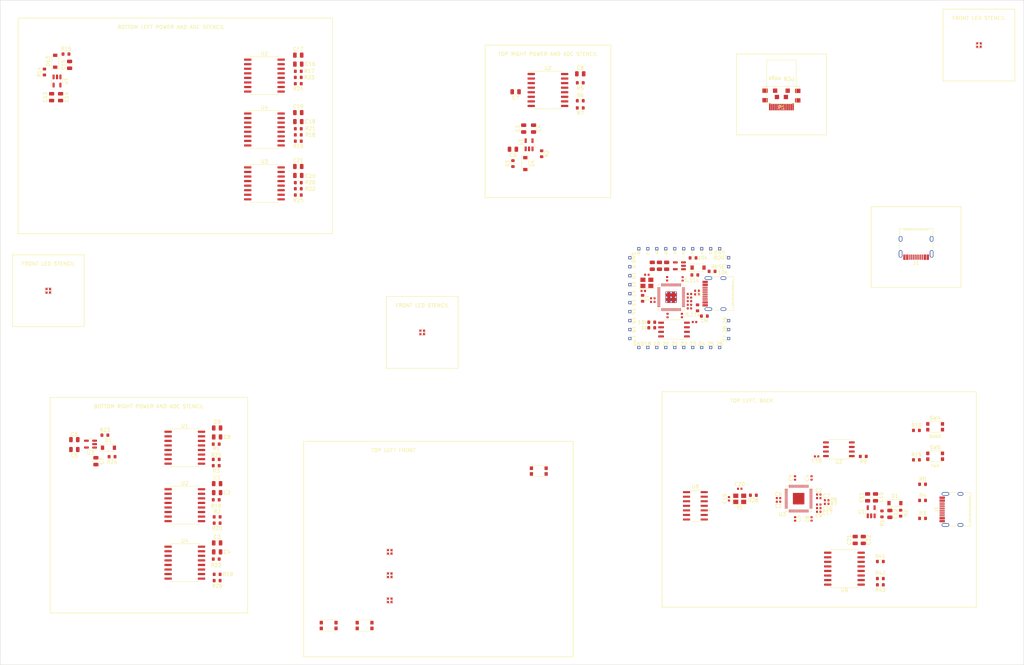
<source format=kicad_pcb>
(kicad_pcb (version 20211014) (generator pcbnew)
  (layers (0 "F.Cu" signal) (31 "B.Cu" signal) (34 "B.Paste" user) (35 "F.Paste" user) (36 "B.SilkS" user "B.Silkscreen") (37 "F.SilkS" user "F.Silkscreen") (38 "B.Mask" user) (39 "F.Mask" user) (44 "Edge.Cuts" user))
  (net 0 "")
  (net 1 "+5V")
  (net 2 "GND")
  (net 3 "+3V3")
  (net 4 "VS")
  (net 5 "/LED_BR2BL")
  (net 6 "Net-(D2-Pad3)")
  (net 7 "Net-(D3-Pad3)")
  (net 8 "/GPIO1_SCL")
  (net 9 "/GPIO0_SDA")
  (net 10 "/SUP34")
  (net 13 "Net-(J1-PadS1)")
  (net 19 "Net-(P1-PadS1)")
  (net 20 "/SUP10")
  (net 21 "/SUP11")
  (net 22 "/SUP12")
  (net 23 "/SUP13")
  (net 24 "/SUP14")
  (net 25 "/SUP15")
  (net 26 "/SUP16")
  (net 27 "/SUP17")
  (net 28 "/SUP18")
  (net 29 "/SUP19")
  (net 30 "/SUP20")
  (net 31 "/SUP21")
  (net 32 "Net-(R14-Pad1)")
  (net 33 "Net-(R17-Pad1)")
  (net 34 "Net-(R20-Pad1)")
  (net 35 "Net-(R21-Pad1)")
  (footprint "Capacitor_SMD:C_0402_1005Metric" (layer "F.Cu") (at 247.897038 158.62452)
    (fp_text reference "C7")
    (fp_text value "100n")
  )
  (footprint "Package_TO_SOT_SMD:SOT-23-5" (layer "F.Cu") (at 209.1 93.95 180)
    (fp_text reference "U1" hide)
    (fp_text value "AP2112K-3.3")
  )
  (footprint "dip:SK6805-EC" (layer "F.Cu") (at 33.4 100.9)
    (fp_text reference "D3" hide)
    (fp_text value "SK6805-EC" hide)
  )
  (footprint "Capacitor_SMD:C_0805_2012Metric" (layer "F.Cu") (at 162.75 61.5 180)
    (fp_text reference "C6")
    (fp_text value "10µ")
  )
  (footprint "Resistor_SMD:R_0603_1608Metric" (layer "F.Cu") (at 80.4 181.6 180)
    (fp_text reference "R26")
    (fp_text value "10k")
  )
  (footprint "Capacitor_SMD:C_0402_1005Metric" (layer "F.Cu") (at 211.9 101.8)
    (fp_text reference "C2" hide)
    (fp_text value "100n")
  )
  (footprint "Package_SO:SOIC-16W_7.5x10.3mm_P1.27mm" (layer "F.Cu") (at 93.570118 41)
    (fp_text reference "U2")
    (fp_text value "PCF8591")
  )
  (footprint "Resistor_SMD:R_0603_1608Metric" (layer "F.Cu") (at 212.9 91.75)
    (fp_text reference "R1" hide)
    (fp_text value "10k")
  )
  (footprint "dip:PinHeader_1x01_P1.00mm_Vertical" (layer "F.Cu") (at 207.8 116.7 180)
    (fp_text reference "21")
    (fp_text value "MountingHole_Pad" hide)
  )
  (footprint "Capacitor_SMD:C_0402_1005Metric" (layer "F.Cu") (at 245.897038 164.42452 -90)
    (fp_text reference "C8")
    (fp_text value "100n")
  )
  (footprint "dip:PinHeader_1x01_P1.00mm_Vertical" (layer "F.Cu") (at 195.3 101.7 90)
    (fp_text reference "12")
    (fp_text value "MountingHole_Pad" hide)
  )
  (footprint "Resistor_SMD:R_0603_1608Metric" (layer "F.Cu") (at 32.320118 40 90)
    (fp_text reference "R14")
    (fp_text value "10k")
  )
  (footprint "Resistor_SMD:R_0603_1608Metric" (layer "F.Cu") (at 38.320118 35)
    (fp_text reference "R15")
    (fp_text value "10k")
  )
  (footprint "Package_TO_SOT_SMD:SOT-23-5" (layer "F.Cu") (at 45.15 143.6 180)
    (fp_text reference "U3")
    (fp_text value "AP2112K-3.3")
  )
  (footprint "dip:PinHeader_1x01_P1.00mm_Vertical" (layer "F.Cu") (at 217.8 116.7 180)
    (fp_text reference "25")
    (fp_text value "MountingHole_Pad" hide)
  )
  (footprint "Package_TO_SOT_SMD:SOT-23-5" (layer "F.Cu") (at 35.820118 42.5 -90)
    (fp_text reference "U1")
    (fp_text value "AP2112K-3.3")
  )
  (footprint "dip:PinHeader_1x01_P1.00mm_Vertical" (layer "F.Cu") (at 210.3 116.7 180)
    (fp_text reference "22")
    (fp_text value "MountingHole_Pad" hide)
  )
  (footprint "Resistor_SMD:R_0603_1608Metric" (layer "F.Cu") (at 80.4 163.85 180)
    (fp_text reference "R2")
    (fp_text value "10k")
  )
  (footprint "dip:USB_C_Receptacle_HRO_TYPE-C-31-M-12_PASTE" (layer "F.Cu") (at 220.3 101.7 90)
    (fp_text reference "J1")
    (fp_text value "USB_C_Receptacle_USB2.0")
  )
  (footprint "dip:PinHeader_1x01_P1.00mm_Vertical" (layer "F.Cu") (at 222.8 109.2 -90)
    (fp_text reference "29")
    (fp_text value "MountingHole_Pad" hide)
  )
  (footprint "Resistor_SMD:R_0603_1608Metric" (layer "F.Cu") (at 265.047038 176.27452)
    (fp_text reference "R41")
    (fp_text value "1k")
  )
  (footprint "Resistor_SMD:R_0603_1608Metric" (layer "F.Cu") (at 276.797038 154.77452)
    (fp_text reference "R8")
    (fp_text value "1M")
  )
  (footprint "dip:PinHeader_1x01_P1.00mm_Vertical" (layer "F.Cu") (at 212.8 89.2)
    (fp_text reference "2")
    (fp_text value "MountingHole_Pad" hide)
  )
  (footprint "Capacitor_SMD:C_0402_1005Metric" (layer "F.Cu") (at 211.9 104.8)
    (fp_text reference "C5" hide)
    (fp_text value "100n")
  )
  (footprint "Package_SO:SOIC-16W_7.5x10.3mm_P1.27mm" (layer "F.Cu") (at 255.047038 178.27452)
    (fp_text reference "U9")
    (fp_text value "PCF8591")
  )
  (footprint "Resistor_SMD:R_0603_1608Metric" (layer "F.Cu") (at 218.2 95.5 180)
    (fp_text reference "R2" hide)
    (fp_text value "10k")
  )
  (footprint "Button_Switch_SMD:SW_Push_1P1T_NO_CK_KMR2" (layer "F.Cu") (at 121.45 194.1)
    (fp_text reference "SW3")
    (fp_text value "Previous")
  )
  (footprint "Capacitor_SMD:C_0402_1005Metric" (layer "F.Cu") (at 247.897038 161.42452)
    (fp_text reference "C17")
    (fp_text value "1µ")
  )
  (footprint "dip:USB_C_Plug_edge_launch" (layer "F.Cu") (at 237.5 47.5 180)
    (fp_text reference "P1")
    (fp_text value "USB_C_Plug")
  )
  (footprint "Resistor_SMD:R_0603_1608Metric" (layer "F.Cu") (at 229.697038 157.82452 180)
    (fp_text reference "R28")
    (fp_text value "1k")
  )
  (footprint "dip:PinHeader_1x01_P1.00mm_Vertical" (layer "F.Cu") (at 222.8 111.7 -90)
    (fp_text reference "28")
    (fp_text value "MountingHole_Pad" hide)
  )
  (footprint "Resistor_SMD:R_0402_1005Metric" (layer "F.Cu") (at 214 101.9 180)
    (fp_text reference "R4" hide)
    (fp_text value "27")
  )
  (footprint "Package_TO_SOT_SMD:SOT-23-5" (layer "F.Cu") (at 262.497038 162.42452 90)
    (fp_text reference "U1")
    (fp_text value "AP2112K-3.3")
  )
  (footprint "dip:PinHeader_1x01_P1.00mm_Vertical" (layer "F.Cu") (at 197.8 116.7 180)
    (fp_text reference "GND")
    (fp_text value "MountingHole_Pad" hide)
  )
  (footprint "Capacitor_SMD:C_0402_1005Metric" (layer "F.Cu") (at 236.697038 159.62452 180)
    (fp_text reference "C1")
    (fp_text value "100n")
  )
  (footprint "Capacitor_SMD:C_0402_1005Metric" (layer "F.Cu") (at 241.297038 153.02452 90)
    (fp_text reference "C5")
    (fp_text value "100n")
  )
  (footprint "Package_TO_SOT_SMD:SOT-23-5" (layer "F.Cu") (at 167.25 60.25 90)
    (fp_text reference "U1")
    (fp_text value "AP2112K-3.3")
  )
  (footprint "Capacitor_SMD:C_0402_1005Metric" (layer "F.Cu") (at 201.7 103 180)
    (fp_text reference "C8" hide)
    (fp_text value "100n")
  )
  (footprint "dip:SN74AHCT125QDRG4Q1" (layer "F.Cu") (at 213.547038 160.77452)
    (fp_text reference "U8")
    (fp_text value "SN74AHCT125QDRG4Q1" hide)
  )
  (footprint "Capacitor_SMD:C_0805_2012Metric" (layer "F.Cu") (at 201.55 93.95 90)
    (fp_text reference "C11" hide)
    (fp_text value "10u")
  )
  (footprint "Resistor_SMD:R_0603_1608Metric" (layer "F.Cu") (at 80.4 165.6 180)
    (fp_text reference "R20")
    (fp_text value "10k")
  )
  (footprint "dip:PinHeader_1x01_P1.00mm_Vertical" (layer "F.Cu") (at 195.3 114.2 90)
    (fp_text reference "17")
    (fp_text value "MountingHole_Pad" hide)
  )
  (footprint "Capacitor_SMD:C_0805_2012Metric" (layer "F.Cu") (at 260.297038 170.27452 90)
    (fp_text reference "C22")
    (fp_text value "10u")
  )
  (footprint "Resistor_SMD:R_0603_1608Metric" (layer "F.Cu") (at 80.15 175.6)
    (fp_text reference "R22")
    (fp_text value "1k")
  )
  (footprint "Capacitor_SMD:C_0805_2012Metric" (layer "F.Cu") (at 80.4 154.6)
    (fp_text reference "C1")
    (fp_text value "0.1u")
  )
  (footprint "dip:PinHeader_1x01_P1.00mm_Vertical" (layer "F.Cu") (at 222.8 91.7 -90)
    (fp_text reference "BOOT")
    (fp_text value "MountingHole_Pad" hide)
  )
  (footprint "Resistor_SMD:R_0603_1608Metric" (layer "F.Cu") (at 102.995118 59.25 180)
    (fp_text reference "R19")
    (fp_text value "10k")
  )
  (footprint "dip:USB_C_Receptacle_HRO_TYPE-C-31-M-12_PASTE" (layer "F.Cu") (at 286.297038 161.77452 90)
    (fp_text reference "J1")
    (fp_text value "USB_C_Receptacle_USB2.0")
  )
  (footprint "Capacitor_SMD:C_0402_1005Metric" (layer "F.Cu") (at 247.897038 160.42452)
    (fp_text reference "C16")
    (fp_text value "1µ")
  )
  (footprint "Capacitor_SMD:C_0805_2012Metric" (layer "F.Cu") (at 102.995118 37.8)
    (fp_text reference "C16")
    (fp_text value "0.1u")
  )
  (footprint "Resistor_SMD:R_0603_1608Metric" (layer "F.Cu") (at 102.995118 55.8)
    (fp_text reference "R21")
    (fp_text value "1k")
  )
  (footprint "Resistor_SMD:R_0603_1608Metric" (layer "F.Cu") (at 80.15 143.6)
    (fp_text reference "R1")
    (fp_text value "1k")
  )
  (footprint "dip:PinHeader_1x01_P1.00mm_Vertical" (layer "F.Cu") (at 207.8 89.2)
    (fp_text reference "4")
    (fp_text value "MountingHole_Pad" hide)
  )
  (footprint "Resistor_SMD:R_0603_1608Metric" (layer "F.Cu") (at 170.75 62.75 -90)
    (fp_text reference "R2")
    (fp_text value "10k")
  )
  (footprint "Resistor_SMD:R_0603_1608Metric" (layer "F.Cu") (at 49.15 141.1)
    (fp_text reference "R23")
    (fp_text value "10k")
  )
  (footprint "Crystal:Crystal_SMD_3225-4Pin_3.2x2.5mm" (layer "F.Cu") (at 225.897038 158.82452)
    (fp_text reference "Y1")
    (fp_text value "ABLS-12.000MHZ-B4-T")
  )
  (footprint "dip:PinHeader_1x01_P1.00mm_Vertical" (layer "F.Cu") (at 195.3 99.2 90)
    (fp_text reference "11")
    (fp_text value "MountingHole_Pad" hide)
  )
  (footprint "Resistor_SMD:R_0603_1608Metric" (layer "F.Cu") (at 276.797038 159.27452)
    (fp_text reference "R4")
    (fp_text value "5.11k")
  )
  (footprint "Resistor_SMD:R_0603_1608Metric" (layer "F.Cu") (at 102.995118 70.8)
    (fp_text reference "R20")
    (fp_text value "1k")
  )
  (footprint "Package_SO:SOIC-8_5.23x5.23mm_P1.27mm" (layer "F.Cu") (at 253.497038 145.02452 180)
    (fp_text reference "U2")
    (fp_text value "W25Q128JVS")
  )
  (footprint "Package_SO:SOIC-16W_7.5x10.3mm_P1.27mm" (layer "F.Cu") (at 93.570118 71)
    (fp_text reference "U3")
    (fp_text value "PCF8591")
  )
  (footprint "Resistor_SMD:R_0402_1005Metric" (layer "F.Cu") (at 250.097038 160.22452 180)
    (fp_text reference "R7")
    (fp_text value "27")
  )
  (footprint "Resistor_SMD:R_0603_1608Metric" (layer "F.Cu") (at 162.75 65.5 90)
    (fp_text reference "R3")
    (fp_text value "10k")
  )
  (footprint "dip:PinHeader_1x01_P1.00mm_Vertical" (layer "F.Cu") (at 195.3 111.7 90)
    (fp_text reference "16")
    (fp_text value "MountingHole_Pad" hide)
  )
  (footprint "Button_Switch_SMD:SW_Push_1P1T_NO_CK_KMR2" (layer "F.Cu") (at 280.297038 138.77452)
    (fp_text reference "SW4")
    (fp_text value "boot")
  )
  (footprint "Capacitor_SMD:C_0805_2012Metric" (layer "F.Cu") (at 267.697038 163.02452 -90)
    (fp_text reference "C12")
    (fp_text value "10µ")
  )
  (footprint "Resistor_SMD:R_0603_1608Metric" (layer "F.Cu") (at 265.497038 163.02452 90)
    (fp_text reference "R1")
    (fp_text value "10k")
  )
  (footprint "Resistor_SMD:R_0402_1005Metric" (layer "F.Cu") (at 214 100.9 180)
    (fp_text reference "R3" hide)
    (fp_text value "27")
  )
  (footprint "Capacitor_SMD:C_0805_2012Metric" (layer "F.Cu") (at 34.320118 47 -90)
    (fp_text reference "C13")
    (fp_text value "10µ")
  )
  (footprint "Capacitor_SMD:C_0805_2012Metric" (layer "F.Cu") (at 36.820118 47 -90)
    (fp_text reference "C14")
    (fp_text value "10µ")
  )
  (footprint "dip:SK6805-EC" (layer "F.Cu") (at 128.45 187.1)
    (fp_text reference "D4")
    (fp_text value "SK6805-EC" hide)
  )
  (footprint "dip:PinHeader_1x01_P1.00mm_Vertical" (layer "F.Cu") (at 202.8 89.2)
    (fp_text reference "6")
    (fp_text value "MountingHole_Pad" hide)
  )
  (footprint "Capacitor_SMD:C_0402_1005Metric" (layer "F.Cu") (at 205.8 107.8 -90)
    (fp_text reference "C9" hide)
    (fp_text value "100n")
  )
  (footprint "dip:SK6805-EC" (layer "F.Cu") (at 292.5 32.5)
    (fp_text reference "D3" hide)
    (fp_text value "SK6805-EC" hide)
  )
  (footprint "Capacitor_SMD:C_0805_2012Metric" (layer "F.Cu") (at 80.4 139.1)
    (fp_text reference "C9")
    (fp_text value "10u")
  )
  (footprint "Capacitor_SMD:C_0402_1005Metric" (layer "F.Cu") (at 245.897038 153.02452 90)
    (fp_text reference "C4")
    (fp_text value "100n")
  )
  (footprint "Resistor_SMD:R_0603_1608Metric" (layer "F.Cu") (at 201.4 111.2 180)
    (fp_text reference "R9" hide)
    (fp_text value "1k")
  )
  (footprint "Diode_SMD:D_SOD-123" (layer "F.Cu") (at 50.15 144.6)
    (fp_text reference "D1")
    (fp_text value "MBR0540")
  )
  (footprint "dip:PinHeader_1x01_P1.00mm_Vertical" (layer "F.Cu") (at 200.3 116.7 180)
    (fp_text reference "18")
    (fp_text value "MountingHole_Pad" hide)
  )
  (footprint "Capacitor_SMD:C_0805_2012Metric" (layer "F.Cu") (at 80.4 141.6)
    (fp_text reference "C8")
    (fp_text value "0.1u")
  )
  (footprint "Capacitor_SMD:C_0805_2012Metric" (layer "F.Cu") (at 261.497038 158.42452 90)
    (fp_text reference "C11")
    (fp_text value "10µ")
  )
  (footprint "Capacitor_SMD:C_0402_1005Metric" (layer "F.Cu") (at 236.697038 158.62452 180)
    (fp_text reference "C6")
    (fp_text value "100n")
  )
  (footprint "dip:PinHeader_1x01_P1.00mm_Vertical" (layer "F.Cu") (at 212.8 116.7 180)
    (fp_text reference "23")
    (fp_text value "MountingHole_Pad" hide)
  )
  (footprint "Capacitor_SMD:C_0402_1005Metric" (layer "F.Cu") (at 211.9 103.8)
    (fp_text reference "C13" hide)
    (fp_text value "1u")
  )
  (footprint "Resistor_SMD:R_0603_1608Metric" (layer "F.Cu") (at 213.4 96.5)
    (fp_text reference "R6" hide)
    (fp_text value "5.11k")
  )
  (footprint "dip:PinHeader_1x01_P1.00mm_Vertical" (layer "F.Cu") (at 215.3 89.2)
    (fp_text reference "1")
    (fp_text value "MountingHole_Pad" hide)
  )
  (footprint "Capacitor_SMD:C_0805_2012Metric" (layer "F.Cu") (at 102.995118 68.8)
    (fp_text reference "C20")
    (fp_text value "0.1u")
  )
  (footprint "Capacitor_SMD:C_0402_1005Metric" (layer "F.Cu") (at 241.297038 164.42452 -90)
    (fp_text reference "C3")
    (fp_text value "100n")
  )
  (footprint "Resistor_SMD:R_0603_1608Metric" (layer "F.Cu") (at 275.097038 147.97452)
    (fp_text reference "R19")
    (fp_text value "10k")
  )
  (footprint "dip:PinHeader_1x01_P1.00mm_Vertical" (layer "F.Cu") (at 222.8 94.2 -90)
    (fp_text reference "RESET")
    (fp_text value "MountingHole_Pad" hide)
  )
  (footprint "dip:PinHeader_1x01_P1.00mm_Vertical" (layer "F.Cu") (at 220.3 89.2)
    (fp_text reference "GND")
    (fp_text value "MountingHole_Pad" hide)
  )
  (footprint "dip:PinHeader_1x01_P1.00mm_Vertical" (layer "F.Cu") (at 197.8 89.2)
    (fp_text reference "8")
    (fp_text value "MountingHole_Pad" hide)
  )
  (footprint "Button_Switch_SMD:SW_Push_1P1T_NO_CK_KMR2" (layer "F.Cu") (at 280.297038 146.97452)
    (fp_text reference "SW5")
    (fp_text value "run")
  )
  (footprint "Capacitor_SMD:C_0805_2012Metric" (layer "F.Cu") (at 80.4 173.6)
    (fp_text reference "C4")
    (fp_text value "10u")
  )
  (footprint "dip:PinHeader_1x01_P1.00mm_Vertical" (layer "F.Cu") (at 195.3 91.7 90)
    (fp_text reference "GND")
    (fp_text value "MountingHole_Pad" hide)
  )
  (footprint "Capacitor_SMD:C_0805_2012Metric" (layer "F.Cu") (at 102.995118 51.3)
    (fp_text reference "C19")
    (fp_text value "10u")
  )
  (footprint "Capacitor_SMD:C_0805_2012Metric" (layer "F.Cu") (at 203.55 93.95 90)
    (fp_text reference "C10" hide)
    (fp_text value "10u")
  )
  (footprint "Diode_SMD:D_SOD-123" (layer "F.Cu") (at 214.3 94.45)
    (fp_text reference "D1" hide)
    (fp_text value "MBR0540")
  )
  (footprint "Resistor_SMD:R_0603_1608Metric" (layer "F.Cu") (at 214.15 105.65 90)
    (fp_text reference "R5" hide)
    (fp_text value "5.11k")
  )
  (footprint "Capacitor_SMD:C_0805_2012Metric" (layer "F.Cu") (at 165.75 55.75 90)
    (fp_text reference "C5")
    (fp_text value "10µ")
  )
  (footprint "Capacitor_SMD:C_0805_2012Metric" (layer "F.Cu") (at 181.5 40.5)
    (fp_text reference "C8")
    (fp_text value "10u")
  )
  (footprint "Capacitor_SMD:C_0402_1005Metric" (layer "F.Cu") (at 247.897038 162.42452)
    (fp_text reference "C9")
    (fp_text value "100n")
  )
  (footprint "dip:PinHeader_1x01_P1.00mm_Vertical" (layer "F.Cu") (at 210.3 89.2)
    (fp_text reference "3")
    (fp_text value "MountingHole_Pad" hide)
  )
  (footprint "dip:PinHeader_1x01_P1.00mm_Vertical" (layer "F.Cu") (at 220.3 116.7 180)
    (fp_text reference "26")
    (fp_text value "MountingHole_Pad" hide)
  )
  (footprint "Capacitor_SMD:C_0402_1005Metric" (layer "F.Cu") (at 247.897038 157.62452)
    (fp_text reference "C2")
    (fp_text value "100n")
  )
  (footprint "Resistor_SMD:R_0603_1608Metric" (layer "F.Cu") (at 80.4 179.85 180)
    (fp_text reference "R19")
    (fp_text value "10k")
  )
  (footprint "Capacitor_SMD:C_0402_1005Metric" (layer "F.Cu") (at 225.897038 156.02452 180)
    (fp_text reference "C20")
    (fp_text value "27p")
  )
  (footprint "Diode_SMD:D_SOD-123" (layer "F.Cu") (at 35.320118 37 90)
    (fp_text reference "D13")
    (fp_text value "MBR0540")
  )
  (footprint "dip:PinHeader_1x01_P1.00mm_Vertical" (layer "F.Cu") (at 222.8 114.2 -90)
    (fp_text reference "27")
    (fp_text value "MountingHole_Pad" hide)
  )
  (footprint "Resistor_SMD:R_0603_1608Metric" (layer "F.Cu") (at 265.047038 181.02452 180)
    (fp_text reference "R42")
    (fp_text value "10k")
  )
  (footprint "Package_SO:SOIC-16W_7.5x10.3mm_P1.27mm" (layer "F.Cu") (at 71.4 160.6)
    (fp_text reference "U2")
    (fp_text value "PCF8591")
  )
  (footprint "Diode_SMD:D_SOD-123" (layer "F.Cu") (at 269.097038 160.02452)
    (fp_text reference "D1")
    (fp_text value "MBR0540")
  )
  (footprint "dip:SK6805-EC" (layer "F.Cu") (at 128.45 180.1)
    (fp_text reference "D3")
    (fp_text value "SK6805-EC" hide)
  )
  (footprint "Resistor_SMD:R_0603_1608Metric" (layer "F.Cu") (at 102.995118 43.25 180)
    (fp_text reference "R24")
    (fp_text value "10k")
  )
  (footprint "dip:USB_C_Receptacle_HRO_TYPE-C-31-M-12" (layer "F.Cu") (at 275 87.5 180)
    (fp_text reference "J1")
    (fp_text value "USB_C_Receptacle_USB2.0")
  )
  (footprint "Resistor_SMD:R_0603_1608Metric" (layer "F.Cu") (at 198.85 103 90)
    (fp_text reference "R10" hide)
    (fp_text value "1k")
  )
  (footprint "Crystal:Crystal_SMD_3225-4Pin_3.2x2.5mm" (layer "F.Cu") (at 200.05 98.7)
    (fp_text reference "Y1" hide)
    (fp_text value "Crystal_GND24")
  )
  (footprint "Resistor_SMD:R_0603_1608Metric" (layer "F.Cu") (at 201.4 109.65)
    (fp_text reference "R8" hide)
    (fp_text value "10k")
  )
  (footprint "Capacitor_SMD:C_0805_2012Metric" (layer "F.Cu") (at 40.65 145.1 180)
    (fp_text reference "C5")
    (fp_text value "10µ")
  )
  (footprint "Resistor_SMD:R_0402_1005Metric" (layer "F.Cu") (at 250.097038 159.22452 180)
    (fp_text reference "R6")
    (fp_text value "27")
  )
  (footprint "Resistor_SMD:R_0603_1608Metric" (layer "F.Cu") (at 51.15 147.1 180)
    (fp_text reference "R24")
    (fp_text value "10k")
  )
  (footprint "Capacitor_SMD:C_0402_1005Metric" (layer "F.Cu") (at 199.05 100.95)
    (fp_text reference "C17" hide)
    (fp_text value "27p")
  )
  (footprint "dip:PinHeader_1x01_P1.00mm_Vertical" (layer "F.Cu") (at 202.8 116.7 180)
    (fp_text reference "19")
    (fp_text value "MountingHole_Pad" hide)
  )
  (footprint "Capacitor_SMD:C_0805_2012Metric" (layer "F.Cu") (at 80.4 157.1)
    (fp_text reference "C2")
    (fp_text value "10u")
  )
  (footprint "Capacitor_SMD:C_0805_2012Metric" (layer "F.Cu") (at 205.55 93.95 -90)
    (fp_text reference "C12" hide)
    (fp_text value "10u")
  )
  (footprint "Package_SO:SOIC-16W_7.5x10.3mm_P1.27mm" (layer "F.Cu") (at 93.570118 56)
    (fp_text reference "U4")
    (fp_text value "PCF8591")
  )
  (footprint "Capacitor_SMD:C_0805_2012Metric" (layer "F.Cu") (at 168.5 55.75 90)
    (fp_text reference "C4")
    (fp_text value "10µ")
  )
  (footprint "Capacitor_SMD:C_0402_1005Metric" (layer "F.Cu") (at 247.297038 147.02452 180)
    (fp_text reference "C18")
    (fp_text value "100n")
  )
  (footprint "Resistor_SMD:R_0603_1608Metric" (layer "F.Cu") (at 80.15 147.85 180)
    (fp_text reference "R25")
    (fp_text value "10k")
  )
  (footprint "Capacitor_SMD:C_0402_1005Metric" (layer "F.Cu") (at 205.6875 97.5625 90)
    (fp_text reference "C7" hide)
    (fp_text value "100n")
  )
  (footprint "Capacitor_SMD:C_0402_1005Metric" (layer "F.Cu") (at 200.05 96.45 180)
    (fp_text reference "C16" hide)
    (fp_text value "27p")
  )
  (footprint "dip:PinHeader_1x01_P1.00mm_Vertical" (layer "F.Cu") (at 215.3 116.7 180)
    (fp_text reference "24")
    (fp_text value "MountingHole_Pad" hide)
  )
  (footprint "Resistor_SMD:R_0603_1608Metric" (layer "F.Cu") (at 181.5 48 180)
    (fp_text reference "R6")
    (fp_text value "10k")
  )
  (footprint "Resistor_SMD:R_0603_1608Metric" (layer "F.Cu") (at 102.995118 57.5 180)
    (fp_text reference "R18")
    (fp_text value "10k")
  )
  (footprint "Resistor_SMD:R_0603_1608Metric" (layer "F.Cu") (at 102.995118 39.8)
    (fp_text reference "R17")
    (fp_text value "1k")
  )
  (footprint "Resistor_SMD:R_0603_1608Metric" (layer "F.Cu") (at 102.995118 41.5 180)
    (fp_text reference "R23")
    (fp_text value "10k")
  )
  (footprint "Capacitor_SMD:C_0805_2012Metric" (layer "F.Cu") (at 258.047038 170.27452 90)
    (fp_text reference "C21")
    (fp_text value "0.1u")
  )
  (footprint "Capacitor_SMD:C_0402_1005Metric" (layer "F.Cu") (at 213.3 109.6)
    (fp_text reference "C15" hide)
    (fp_text value "100n")
  )
  (footprint "Capacitor_SMD:C_0805_2012Metric" (layer "F.Cu") (at 102.995118 53.8)
    (fp_text reference "C18")
    (fp_text value "0.1u")
  )
  (footprint "dip:PinHeader_1x01_P1.00mm_Vertical" (layer "F.Cu") (at 217.8 89.2)
    (fp_text reference "0")
    (fp_text value "MountingHole_Pad" hide)
  )
  (footprint "dip:PinHeader_1x01_P1.00mm_Vertical" (layer "F.Cu") (at 195.3 104.2 90)
    (fp_text reference "13")
    (fp_text value "MountingHole_Pad" hide)
  )
  (footprint "dip:PinHeader_1x01_P1.00mm_Vertical" (layer "F.Cu") (at 205.3 116.7 180)
    (fp_text reference "20")
    (fp_text value "MountingHole_Pad" hide)
  )
  (footprint "Capacitor_SMD:C_0402_1005Metric" (layer "F.Cu") (at 211.9 105.8)
    (fp_text reference "C14" hide)
    (fp_text value "1u")
  )
  (footprint "Resistor_SMD:R_0603_1608Metric" (layer "F.Cu") (at 275.097038 139.77452)
    (fp_text reference "R10")
    (fp_text value "1k")
  )
  (footprint "dip:PinHeader_1x01_P1.00mm_Vertical" (layer "F.Cu") (at 195.3 106.7 90)
    (fp_text reference "14")
    (fp_text value "MountingHole_Pad" hide)
  )
  (footprint "Resistor_SMD:R_0603_1608Metric" (layer "F.Cu") (at 181.5 43)
    (fp_text reference "R5")
    (fp_text value "1k")
  )
  (footprint "Resistor_SMD:R_0603_1608Metric" (layer "F.Cu") (at 80.15 159.1)
    (fp_text reference "R18")
    (fp_text value "1k")
  )
  (footprint "dip:PinHeader_1x01_P1.00mm_Vertical" (layer "F.Cu") (at 195.3 109.2 90)
    (fp_text reference "15")
    (fp_text value "MountingHole_Pad" hide)
  )
  (footprint "Resistor_SMD:R_0603_1608Metric" (layer "F.Cu") (at 102.995118 72.5 180)
    (fp_text reference "R22")
    (fp_text value "10k")
  )
  (footprint "dip:PinHeader_1x01_P1.00mm_Vertical" (layer "F.Cu") (at 205.3 89.2)
    (fp_text reference "5")
    (fp_text value "MountingHole_Pad" hide)
  )
  (footprint "Resistor_SMD:R_0603_1608Metric" (layer "F.Cu") (at 80.15 149.6 180)
    (fp_text reference "R3")
    (fp_text value "10k")
  )
  (footprint "Package_SO:SOIC-8_5.23x5.23mm_P1.27mm" (layer "F.Cu") (at 207.6 111.7)
    (fp_text reference "U3" hide)
    (fp_text value "W25Q128JVS")
  )
  (footprint "Capacitor_SMD:C_0805_2012Metric" (layer "F.Cu") (at 40.65 142.35 180)
    (fp_text reference "C6")
    (fp_text value "10µ")
  )
  (footprint "Capacitor_SMD:C_0805_2012Metric" (layer "F.Cu") (at 46.65 148.35 -90)
    (fp_text reference "C7")
    (fp_text value "10µ")
  )
  (footprint "Capacitor_SMD:C_0805_2012Metric" (layer "F.Cu") (at 263.697038 158.42452 90)
    (fp_text reference "C10")
    (fp_text value "10µ")
  )
  (footprint "Capacitor_SMD:C_0402_1005Metric" (layer "F.Cu") (at 210 97.6 90)
    (fp_text reference "C6" hide)
    (fp_text value "100n")
  )
  (footprint "Capacitor_SMD:C_0402_1005Metric" (layer "F.Cu") (at 209.8 107.8 -90)
    (fp_text reference "C3" hide)
    (fp_text value "100n")
  )
  (footprint "Diode_SMD:D_SOD-123" (layer "F.Cu") (at 166.2 65.5 -90)
    (fp_text reference "D4")
    (fp_text value "MBR0540")
  )
  (footprint "Button_Switch_SMD:SW_Push_1P1T_NO_CK_KMR2" (layer "F.Cu") (at 111.45 194.1)
    (fp_text reference "SW2")
    (fp_text value "Next")
  )
  (footprint "Capacitor_SMD:C_0805_2012Metric" (layer "F.Cu") (at 39.320118 38 90)
    (fp_text reference "C15")
    (fp_text value "10µ")
  )
  (footprint "Resistor_SMD:R_0603_1608Metric" (layer "F.Cu") (at 102.995118 74.25 180)
    (fp_text reference "R25")
    (fp_text value "10k")
  )
  (footprint "Capacitor_SMD:C_0402_1005Metric" (layer "F.Cu") (at 201.7 104 180)
    (fp_text reference "C1" hide)
    (fp_text value "100n")
  )
  (footprint "Capacitor_SMD:C_0805_2012Metric" (layer "F.Cu") (at 80.4 171.1)
    (fp_text reference "C3")
    (fp_text value "0.1u")
  )
  (footprint "Capacitor_SMD:C_0805_2012Metric" (layer "F.Cu") (at 163.5 45.5 180)
    (fp_text reference "C7")
    (fp_text value "0.1u")
  )
  (footprint "Resistor_SMD:R_0603_1608Metric" (layer "F.Cu") (at 265.047038 182.77452 180)
    (fp_text reference "R43")
    (fp_text value "10k")
  )
  (footprint "Resistor_SMD:R_0603_1608Metric" (layer "F.Cu") (at 270.697038 162.82452 -90)
    (fp_text reference "R2")
    (fp_text value "10k")
  )
  (footprint "Capacitor_SMD:C_0402_1005Metric" (layer "F.Cu") (at 211.9 102.8)
    (fp_text reference "C4" hide)
    (fp_text value "100n")
  )
  (footprint "dip:PinHeader_1x01_P1.00mm_Vertical" (layer "F.Cu") (at 200.3 89.2)
    (fp_text reference "7")
    (fp_text value "MountingHole_Pad" hide)
  )
  (footprint "Resistor_SMD:R_0603_1608Metric" (layer "F.Cu") (at 276.797038 164.27452)
    (fp_text reference "R3")
    (fp_text value "5.11k")
  )
  (footprint "Resistor_SMD:R_0603_1608Metric" (layer "F.Cu") (at 260.297038 147.02452 180)
    (fp_text reference "R9")
    (fp_text value "10k")
  )
  (footprint "Capacitor_SMD:C_0402_1005Metric" (layer "F.Cu") (at 222.897038 158.82452 90)
    (fp_text reference "C19")
    (fp_text value "27p")
  )
  (footprint "Button_Switch_SMD:SW_Push_1P1T_NO_CK_KMR2" (layer "F.Cu") (at 169.95 151.1)
    (fp_text reference "SW1")
    (fp_text value "Reset")
  )
  (footprint "dip:SK6805-EC" (layer "F.Cu") (at 137.5 112.5)
    (fp_text reference "D3" hide)
    (fp_text value "SK6805-EC" hide)
  )
  (footprint "Package_SO:SOIC-16W_7.5x10.3mm_P1.27mm" (layer "F.Cu") (at 71.4 176.6)
    (fp_text reference "U4")
    (fp_text value "PCF8591")
  )
  (footprint "dip:PinHeader_1x01_P1.00mm_Vertical" (layer "F.Cu") (at 195.3 96.7 90)
    (fp_text reference "10")
    (fp_text value "MountingHole_Pad" hide)
  )
  (footprint "dip:PinHeader_1x01_P1.00mm_Vertical" (layer "F.Cu") (at 195.3 94.2 90)
    (fp_text reference "9")
    (fp_text value "MountingHole_Pad" hide)
  )
  (footprint "Package_SO:SOIC-16W_7.5x10.3mm_P1.27mm" (layer "F.Cu") (at 71.4 144.6)
    (fp_text reference "U1")
    (fp_text value "PCF8591")
  )
  (footprint "Resistor_SMD:R_0603_1608Metric" (layer "F.Cu") (at 181.5 50 180)
    (fp_text reference "R7")
    (fp_text value "10k")
  )
  (footprint "Capacitor_SMD:C_0805_2012Metric" (layer "F.Cu") (at 102.995118 35.3)
    (fp_text reference "C17")
    (fp_text value "10u")
  )
  (footprint "dip:SK6805-EC" (layer "F.Cu") (at 128.45 173.6)
    (fp_text reference "D2")
    (fp_text value "SK6805-EC" hide)
  )
  (footprint "Package_SO:SOIC-16W_7.5x10.3mm_P1.27mm" (layer "F.Cu") (at 172.5 45)
    (fp_text reference "U2")
    (fp_text value "PCF8591")
  )
  (footprint "Resistor_SMD:R_0603_1608Metric" (layer "F.Cu") (at 216.05 107.95)
    (fp_text reference "R7" hide)
    (fp_text value "1M")
  )
  (footprint "Capacitor_SMD:C_0805_2012Metric" (layer "F.Cu") (at 102.995118 66.3)
    (fp_text reference "C21")
    (fp_text value "10u")
  )
  (footprint "RP2040_minimal:RP2040-QFN-56" (layer "F.Cu") (at 242.297038 158.77452 -90)
    (fp_text reference "U3")
    (fp_text value "RP2040")
  )
  (footprint "RP2040_minimal:RP2040-QFN-56" (layer "F.Cu") (at 206.8 102.7 -90)
    (fp_text reference "U2" hide)
    (fp_text value "RP2040")
  )
  (gr_line (start 287.5 100) (end 262.5 100) (layer "F.SilkS") (width 0.15))
  (gr_line (start 262.5 77.5) (end 287.5 77.5) (layer "F.SilkS") (width 0.15))
  (gr_line (start 225 35) (end 250 35) (layer "F.SilkS") (width 0.15))
  (gr_line (start 147.5 102.5) (end 127.5 102.5) (layer "F.SilkS") (width 0.15))
  (gr_line (start 179.5 142.8) (end 179.5 202.8) (layer "F.SilkS") (width 0.15))
  (gr_line (start 262.5 100) (end 262.5 77.5) (layer "F.SilkS") (width 0.15))
  (gr_line (start 190 32.5) (end 190 75) (layer "F.SilkS") (width 0.15))
  (gr_line (start 287.5 77.5) (end 287.5 100) (layer "F.SilkS") (width 0.15))
  (gr_line (start 147.5 122.5) (end 147.5 102.5) (layer "F.SilkS") (width 0.15))
  (gr_line (start 291.75 129) (end 291.75 189) (layer "F.SilkS") (width 0.15))
  (gr_line (start 33.9 190.6) (end 88.9 190.6) (layer "F.SilkS") (width 0.15))
  (gr_line (start 88.9 130.6) (end 33.9 130.6) (layer "F.SilkS") (width 0.15))
  (gr_line (start 179.5 202.8) (end 104.5 202.8) (layer "F.SilkS") (width 0.15))
  (gr_line (start 204.25 129) (end 291.75 129) (layer "F.SilkS") (width 0.15))
  (gr_line (start 250 57.5) (end 225 57.5) (layer "F.SilkS") (width 0.15))
  (gr_line (start 190 75) (end 155 75) (layer "F.SilkS") (width 0.15))
  (gr_line (start 302.5 22.5) (end 282.5 22.5) (layer "F.SilkS") (width 0.15))
  (gr_line (start 127.5 102.5) (end 127.5 122.5) (layer "F.SilkS") (width 0.15))
  (gr_line (start 155 75) (end 155 32.5) (layer "F.SilkS") (width 0.15))
  (gr_line (start 112.5 25) (end 112.5 85) (layer "F.SilkS") (width 0.15))
  (gr_line (start 104.5 202.8) (end 104.5 142.8) (layer "F.SilkS") (width 0.15))
  (gr_line (start 155 32.5) (end 190 32.5) (layer "F.SilkS") (width 0.15))
  (gr_line (start 25 25) (end 112.5 25) (layer "F.SilkS") (width 0.15))
  (gr_line (start 127.5 122.5) (end 147.5 122.5) (layer "F.SilkS") (width 0.15))
  (gr_line (start 282.5 22.5) (end 282.5 42.5) (layer "F.SilkS") (width 0.15))
  (gr_line (start 250 35) (end 250 57.5) (layer "F.SilkS") (width 0.15))
  (gr_line (start 302.5 42.5) (end 302.5 22.5) (layer "F.SilkS") (width 0.15))
  (gr_line (start 291.75 189) (end 204.25 189) (layer "F.SilkS") (width 0.15))
  (gr_line (start 112.5 85) (end 25 85) (layer "F.SilkS") (width 0.15))
  (gr_line (start 33.9 130.6) (end 33.9 190.6) (layer "F.SilkS") (width 0.15))
  (gr_line (start 43.4 110.9) (end 43.4 90.9) (layer "F.SilkS") (width 0.15))
  (gr_line (start 88.9 190.6) (end 88.9 130.6) (layer "F.SilkS") (width 0.15))
  (gr_line (start 23.4 90.9) (end 23.4 110.9) (layer "F.SilkS") (width 0.15))
  (gr_line (start 282.5 42.5) (end 302.5 42.5) (layer "F.SilkS") (width 0.15))
  (gr_line (start 204.25 189) (end 204.25 129) (layer "F.SilkS") (width 0.15))
  (gr_line (start 104.5 142.8) (end 179.5 142.8) (layer "F.SilkS") (width 0.15))
  (gr_line (start 43.4 90.9) (end 23.4 90.9) (layer "F.SilkS") (width 0.15))
  (gr_line (start 23.4 110.9) (end 43.4 110.9) (layer "F.SilkS") (width 0.15))
  (gr_line (start 225 57.5) (end 225 35) (layer "F.SilkS") (width 0.15))
  (gr_line (start 25 85) (end 25 25) (layer "F.SilkS") (width 0.15))
  (gr_line (start 20 205) (end 305 205) (layer "Edge.Cuts") (width 0.1))
  (gr_line (start 20 20) (end 20 205) (layer "Edge.Cuts") (width 0.1))
  (gr_line (start 305 205) (end 305 20) (layer "Edge.Cuts") (width 0.1))
  (gr_line (start 305 20) (end 20 20) (layer "Edge.Cuts") (width 0.1))
  (gr_text "BOTTOM LEFT POWER AND ADC STENCIL" (at 67.5 27.5) (layer "F.SilkS") (effects (font (size 1 1))))
  (gr_text "FRONT LED STENCIL" (at 292.5 25) (layer "F.SilkS") (effects (font (size 1 1))))
  (gr_text "FRONT LED STENCIL" (at 137.5 105) (layer "F.SilkS") (effects (font (size 1 1))))
  (gr_text "TOP LEFT, BACK" (at 229.25 131.5) (layer "F.SilkS") (effects (font (size 1 1))))
  (gr_text "FRONT LED STENCIL" (at 33.4 93.4) (layer "F.SilkS") (effects (font (size 1 1))))
  (gr_text "TOP LEFT FRONT" (at 129.5 145.3) (layer "F.SilkS") (effects (font (size 1 1))))
  (gr_text "TOP RIGHT POWER AND ADC STENCIL" (at 172.5 35) (layer "F.SilkS") (effects (font (size 1 1))))
  (gr_text "BOTTOM RIGHT POWER AND ADC STENCIL" (at 61.4 133.1) (layer "F.SilkS") (effects (font (size 1 1))))
)
</source>
